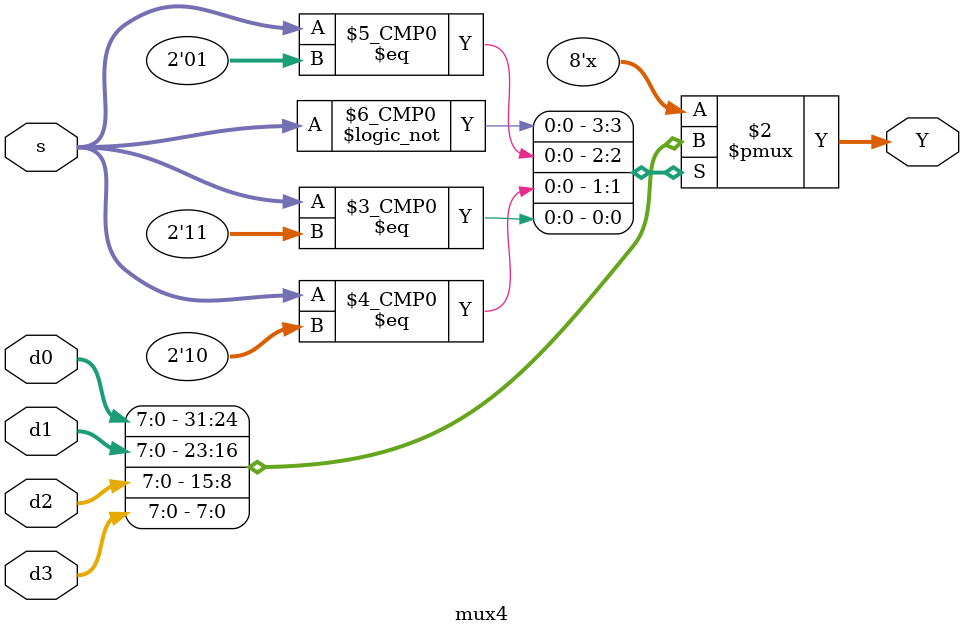
<source format=sv>
module mux4 #(parameter WIDTH = 8)
            (input logic [WIDTH-1:0] d0,d1,d2,d3,
            input logic [1:0] s,
            output logic [WIDTH-1:0] Y);

    always_comb
        case ( s )
            2'b00: Y = d0;
            2'b01: Y = d1;
            2'b10: Y = d2;
            2'b11: Y = d3;
            default: Y = 16'hxxxx;
        endcase
		  
endmodule 
</source>
